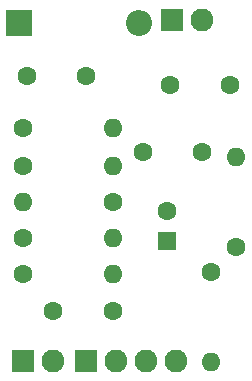
<source format=gbs>
%TF.GenerationSoftware,KiCad,Pcbnew,6.0.0+dfsg1-2*%
%TF.CreationDate,2022-01-11T21:19:39+02:00*%
%TF.ProjectId,campanero-lima,63616d70-616e-4657-926f-2d6c696d612e,rev?*%
%TF.SameCoordinates,Original*%
%TF.FileFunction,Soldermask,Bot*%
%TF.FilePolarity,Negative*%
%FSLAX46Y46*%
G04 Gerber Fmt 4.6, Leading zero omitted, Abs format (unit mm)*
G04 Created by KiCad (PCBNEW 6.0.0+dfsg1-2) date 2022-01-11 21:19:39*
%MOMM*%
%LPD*%
G01*
G04 APERTURE LIST*
%ADD10C,1.600000*%
%ADD11O,1.600000X1.600000*%
%ADD12R,1.600000X1.600000*%
%ADD13R,2.200000X2.200000*%
%ADD14O,2.200000X2.200000*%
%ADD15R,1.930400X1.930400*%
%ADD16O,1.930400X1.930400*%
G04 APERTURE END LIST*
D10*
%TO.C,C2*%
X125603000Y-97028000D03*
X120603000Y-97028000D03*
%TD*%
%TO.C,R7*%
X128524000Y-105029000D03*
D11*
X128524000Y-97409000D03*
%TD*%
D12*
%TO.C,C5*%
X122682000Y-104521000D03*
D10*
X122682000Y-102021000D03*
%TD*%
%TO.C,R4*%
X126365000Y-107188000D03*
D11*
X126365000Y-114808000D03*
%TD*%
D13*
%TO.C,D1*%
X110109000Y-86106000D03*
D14*
X120269000Y-86106000D03*
%TD*%
D10*
%TO.C,R2*%
X118110000Y-101219000D03*
D11*
X110490000Y-101219000D03*
%TD*%
D10*
%TO.C,C3*%
X115824000Y-90551000D03*
X110824000Y-90551000D03*
%TD*%
D15*
%TO.C,J3*%
X115824000Y-114681000D03*
D16*
X118364000Y-114681000D03*
X120904000Y-114681000D03*
X123444000Y-114681000D03*
%TD*%
D10*
%TO.C,C1*%
X113030000Y-110490000D03*
X118030000Y-110490000D03*
%TD*%
%TO.C,R6*%
X110490000Y-98171000D03*
D11*
X118110000Y-98171000D03*
%TD*%
D15*
%TO.C,J1*%
X123063000Y-85852000D03*
D16*
X125603000Y-85852000D03*
%TD*%
D15*
%TO.C,J2*%
X110490000Y-114681000D03*
D16*
X113030000Y-114681000D03*
%TD*%
D10*
%TO.C,R5*%
X110490000Y-94996000D03*
D11*
X118110000Y-94996000D03*
%TD*%
D10*
%TO.C,R1*%
X110490000Y-107315000D03*
D11*
X118110000Y-107315000D03*
%TD*%
D10*
%TO.C,C4*%
X122936000Y-91313000D03*
X127936000Y-91313000D03*
%TD*%
%TO.C,R3*%
X110490000Y-104267000D03*
D11*
X118110000Y-104267000D03*
%TD*%
M02*

</source>
